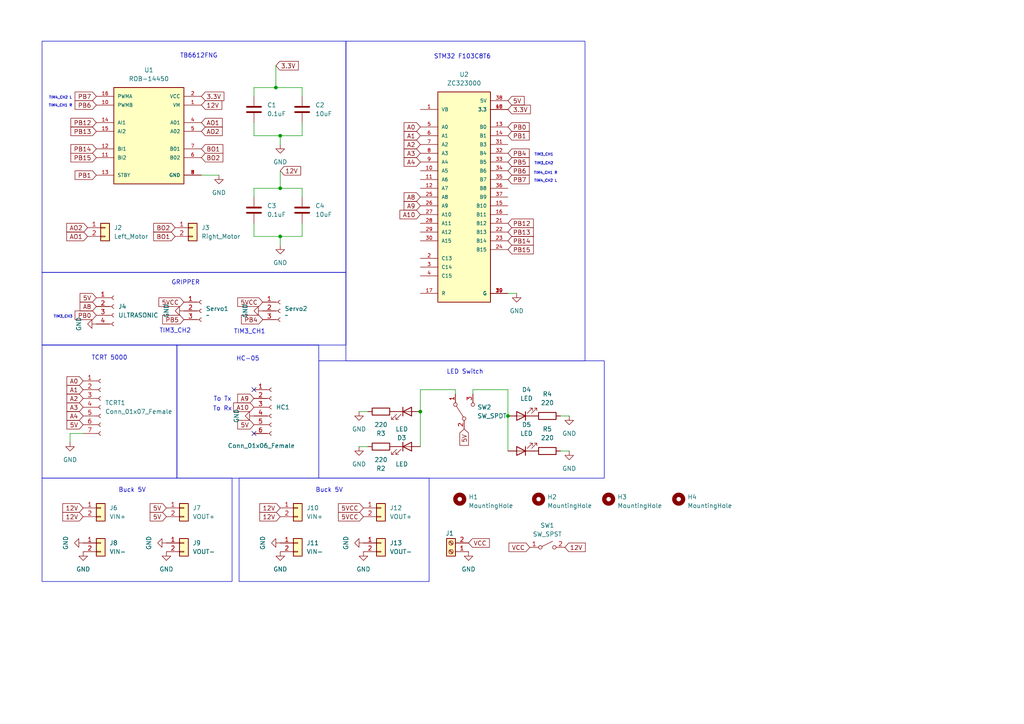
<source format=kicad_sch>
(kicad_sch (version 20231120) (generator "eeschema") (generator_version "8.0")
  (paper "A4")
  (lib_symbols
    (symbol "Connector:Conn_01x03_Female" (pin_names (offset 1.016) hide)
      (property "Reference" "J" (at 0 5.08 0))
      (property "Value" "Conn_01x03_Female" (at 0 -5.08 0))
      (symbol "Conn_01x03_Female_1_1"
        (arc (start 0 -2.032) (mid -0.5058 -2.54) (end 0 -3.048) (stroke (width 0.1524)))
        (polyline (pts (xy -1.27 -2.54) (xy -0.508 -2.54)) (stroke (width 0.1524)))
        (polyline (pts (xy -1.27 0) (xy -0.508 0)) (stroke (width 0.1524)))
        (polyline (pts (xy -1.27 2.54) (xy -0.508 2.54)) (stroke (width 0.1524)))
        (arc (start 0 0.508) (mid -0.5058 0) (end 0 -0.508) (stroke (width 0.1524)))
        (arc (start 0 3.048) (mid -0.5058 2.54) (end 0 2.032) (stroke (width 0.1524)))
        (pin passive line (at -5.08 2.54 0) (length 3.81) (name "Pin_1") (number "1"))
        (pin passive line (at -5.08 0 0) (length 3.81) (name "Pin_2") (number "2"))
        (pin passive line (at -5.08 -2.54 0) (length 3.81) (name "Pin_3") (number "3"))
      )
    )
    (symbol "Connector:Conn_01x04_Female" (pin_names (offset 1.016) hide)
      (property "Reference" "J" (at 0 5.08 0))
      (property "Value" "Conn_01x04_Female" (at 0 -7.62 0))
      (symbol "Conn_01x04_Female_1_1"
        (arc (start 0 -4.572) (mid -0.5058 -5.08) (end 0 -5.588) (stroke (width 0.1524)))
        (arc (start 0 -2.032) (mid -0.5058 -2.54) (end 0 -3.048) (stroke (width 0.1524)))
        (polyline (pts (xy -1.27 -5.08) (xy -0.508 -5.08)) (stroke (width 0.1524)))
        (polyline (pts (xy -1.27 -2.54) (xy -0.508 -2.54)) (stroke (width 0.1524)))
        (polyline (pts (xy -1.27 0) (xy -0.508 0)) (stroke (width 0.1524)))
        (polyline (pts (xy -1.27 2.54) (xy -0.508 2.54)) (stroke (width 0.1524)))
        (arc (start 0 0.508) (mid -0.5058 0) (end 0 -0.508) (stroke (width 0.1524)))
        (arc (start 0 3.048) (mid -0.5058 2.54) (end 0 2.032) (stroke (width 0.1524)))
        (pin passive line (at -5.08 2.54 0) (length 3.81) (name "Pin_1") (number "1"))
        (pin passive line (at -5.08 0 0) (length 3.81) (name "Pin_2") (number "2"))
        (pin passive line (at -5.08 -2.54 0) (length 3.81) (name "Pin_3") (number "3"))
        (pin passive line (at -5.08 -5.08 0) (length 3.81) (name "Pin_4") (number "4"))
      )
    )
    (symbol "Connector:Conn_01x06_Female" (pin_names (offset 1.016) hide)
      (property "Reference" "J" (at 0 7.62 0))
      (property "Value" "Conn_01x06_Female" (at 0 -10.16 0))
      (symbol "Conn_01x06_Female_1_1"
        (arc (start 0 -7.112) (mid -0.5058 -7.62) (end 0 -8.128) (stroke (width 0.1524)))
        (arc (start 0 -4.572) (mid -0.5058 -5.08) (end 0 -5.588) (stroke (width 0.1524)))
        (arc (start 0 -2.032) (mid -0.5058 -2.54) (end 0 -3.048) (stroke (width 0.1524)))
        (polyline (pts (xy -1.27 -7.62) (xy -0.508 -7.62)) (stroke (width 0.1524)))
        (polyline (pts (xy -1.27 -5.08) (xy -0.508 -5.08)) (stroke (width 0.1524)))
        (polyline (pts (xy -1.27 -2.54) (xy -0.508 -2.54)) (stroke (width 0.1524)))
        (polyline (pts (xy -1.27 0) (xy -0.508 0)) (stroke (width 0.1524)))
        (polyline (pts (xy -1.27 2.54) (xy -0.508 2.54)) (stroke (width 0.1524)))
        (polyline (pts (xy -1.27 5.08) (xy -0.508 5.08)) (stroke (width 0.1524)))
        (arc (start 0 0.508) (mid -0.5058 0) (end 0 -0.508) (stroke (width 0.1524)))
        (arc (start 0 3.048) (mid -0.5058 2.54) (end 0 2.032) (stroke (width 0.1524)))
        (arc (start 0 5.588) (mid -0.5058 5.08) (end 0 4.572) (stroke (width 0.1524)))
        (pin passive line (at -5.08 5.08 0) (length 3.81) (name "Pin_1") (number "1"))
        (pin passive line (at -5.08 2.54 0) (length 3.81) (name "Pin_2") (number "2"))
        (pin passive line (at -5.08 0 0) (length 3.81) (name "Pin_3") (number "3"))
        (pin passive line (at -5.08 -2.54 0) (length 3.81) (name "Pin_4") (number "4"))
        (pin passive line (at -5.08 -5.08 0) (length 3.81) (name "Pin_5") (number "5"))
        (pin passive line (at -5.08 -7.62 0) (length 3.81) (name "Pin_6") (number "6"))
      )
    )
    (symbol "Connector:Conn_01x07_Female" (pin_names (offset 1.016) hide)
      (property "Reference" "J" (at 0 10.16 0))
      (property "Value" "Conn_01x07_Female" (at 0 -10.16 0))
      (symbol "Conn_01x07_Female_1_1"
        (arc (start 0 -7.112) (mid -0.5058 -7.62) (end 0 -8.128) (stroke (width 0.1524)))
        (arc (start 0 -4.572) (mid -0.5058 -5.08) (end 0 -5.588) (stroke (width 0.1524)))
        (arc (start 0 -2.032) (mid -0.5058 -2.54) (end 0 -3.048) (stroke (width 0.1524)))
        (polyline (pts (xy -1.27 -7.62) (xy -0.508 -7.62)) (stroke (width 0.1524)))
        (polyline (pts (xy -1.27 -5.08) (xy -0.508 -5.08)) (stroke (width 0.1524)))
        (polyline (pts (xy -1.27 -2.54) (xy -0.508 -2.54)) (stroke (width 0.1524)))
        (polyline (pts (xy -1.27 0) (xy -0.508 0)) (stroke (width 0.1524)))
        (polyline (pts (xy -1.27 2.54) (xy -0.508 2.54)) (stroke (width 0.1524)))
        (polyline (pts (xy -1.27 5.08) (xy -0.508 5.08)) (stroke (width 0.1524)))
        (polyline (pts (xy -1.27 7.62) (xy -0.508 7.62)) (stroke (width 0.1524)))
        (arc (start 0 0.508) (mid -0.5058 0) (end 0 -0.508) (stroke (width 0.1524)))
        (arc (start 0 3.048) (mid -0.5058 2.54) (end 0 2.032) (stroke (width 0.1524)))
        (arc (start 0 5.588) (mid -0.5058 5.08) (end 0 4.572) (stroke (width 0.1524)))
        (arc (start 0 8.128) (mid -0.5058 7.62) (end 0 7.112) (stroke (width 0.1524)))
        (pin passive line (at -5.08 7.62 0) (length 3.81) (name "Pin_1") (number "1"))
        (pin passive line (at -5.08 5.08 0) (length 3.81) (name "Pin_2") (number "2"))
        (pin passive line (at -5.08 2.54 0) (length 3.81) (name "Pin_3") (number "3"))
        (pin passive line (at -5.08 0 0) (length 3.81) (name "Pin_4") (number "4"))
        (pin passive line (at -5.08 -2.54 0) (length 3.81) (name "Pin_5") (number "5"))
        (pin passive line (at -5.08 -5.08 0) (length 3.81) (name "Pin_6") (number "6"))
        (pin passive line (at -5.08 -7.62 0) (length 3.81) (name "Pin_7") (number "7"))
      )
    )
    (symbol "Connector:Screw_Terminal_01x02" (pin_names (offset 1.016) hide)
      (property "Reference" "J" (at 0 2.54 0))
      (property "Value" "Screw_Terminal_01x02" (at 0 -5.08 0))
      (symbol "Screw_Terminal_01x02_1_1"
        (rectangle (start -1.27 1.27) (end 1.27 -3.81) (stroke (width 0.254)) (fill (type background)))
        (circle (center 0 -2.54) (radius 0.635) (stroke (width 0.1524)))
        (polyline (pts (xy -0.5334 -2.2098) (xy 0.3302 -3.048)) (stroke (width 0.1524)))
        (polyline (pts (xy -0.5334 0.3302) (xy 0.3302 -0.508)) (stroke (width 0.1524)))
        (polyline (pts (xy -0.3556 -2.032) (xy 0.508 -2.8702)) (stroke (width 0.1524)))
        (polyline (pts (xy -0.3556 0.508) (xy 0.508 -0.3302)) (stroke (width 0.1524)))
        (circle (center 0 0) (radius 0.635) (stroke (width 0.1524)))
        (pin passive line (at -5.08 0 0) (length 3.81) (name "Pin_1") (number "1"))
        (pin passive line (at -5.08 -2.54 0) (length 3.81) (name "Pin_2") (number "2"))
      )
    )
    (symbol "Connector_Generic:Conn_01x02" (pin_names (offset 1.016) hide)
      (property "Reference" "J" (at 0 2.54 0))
      (property "Value" "Conn_01x02" (at 0 -5.08 0))
      (symbol "Conn_01x02_1_1"
        (rectangle (start -1.27 -2.413) (end 0 -2.667) (stroke (width 0.1524)))
        (rectangle (start -1.27 0.127) (end 0 -0.127) (stroke (width 0.1524)))
        (rectangle (start -1.27 1.27) (end 1.27 -3.81) (stroke (width 0.254)) (fill (type background)))
        (pin passive line (at -5.08 0 0) (length 3.81) (name "Pin_1") (number "1"))
        (pin passive line (at -5.08 -2.54 0) (length 3.81) (name "Pin_2") (number "2"))
      )
    )
    (symbol "Device:C" (pin_numbers hide) (pin_names (offset 0.254))
      (property "Reference" "C" (at 0.635 2.54 0))
      (property "Value" "C" (at 0.635 -2.54 0))
      (symbol "C_0_1"
        (polyline (pts (xy -2.032 -0.762) (xy 2.032 -0.762)) (stroke (width 0.508)))
        (polyline (pts (xy -2.032 0.762) (xy 2.032 0.762)) (stroke (width 0.508)))
      )
      (symbol "C_1_1"
        (pin passive line (at 0 3.81 270) (length 2.794) (name "~") (number "1"))
        (pin passive line (at 0 -3.81 90) (length 2.794) (name "~") (number "2"))
      )
    )
    (symbol "Device:LED" (pin_numbers hide) (pin_names (offset 1.016) hide)
      (property "Reference" "D" (at 0 2.54 0))
      (property "Value" "LED" (at 0 -2.54 0))
      (symbol "LED_0_1"
        (polyline (pts (xy -1.27 -1.27) (xy -1.27 1.27)) (stroke (width 0.254)))
        (polyline (pts (xy -1.27 0) (xy 1.27 0)))
        (polyline (pts (xy 1.27 -1.27) (xy 1.27 1.27) (xy -1.27 0) (xy 1.27 -1.27)) (stroke (width 0.254)))
        (polyline (pts (xy -3.048 -0.762) (xy -4.572 -2.286) (xy -3.81 -2.286) (xy -4.572 -2.286) (xy -4.572 -1.524)))
        (polyline (pts (xy -1.778 -0.762) (xy -3.302 -2.286) (xy -2.54 -2.286) (xy -3.302 -2.286) (xy -3.302 -1.524)))
      )
      (symbol "LED_1_1"
        (pin passive line (at -3.81 0 0) (length 2.54) (name "K") (number "1"))
        (pin passive line (at 3.81 0 180) (length 2.54) (name "A") (number "2"))
      )
    )
    (symbol "Device:R" (pin_numbers hide) (pin_names (offset 0))
      (property "Reference" "R" (at 2.032 0 90))
      (property "Value" "R" (at 0 0 90))
      (symbol "R_0_1"
        (rectangle (start -1.016 -2.54) (end 1.016 2.54) (stroke (width 0.254)))
      )
      (symbol "R_1_1"
        (pin passive line (at 0 3.81 270) (length 1.27) (name "~") (number "1"))
        (pin passive line (at 0 -3.81 90) (length 1.27) (name "~") (number "2"))
      )
    )
    (symbol "Mechanical:MountingHole" (pin_names (offset 1.016))
      (property "Reference" "H" (at 0 5.08 0))
      (property "Value" "MountingHole" (at 0 3.175 0))
      (symbol "MountingHole_0_1"
        (circle (center 0 0) (radius 1.27) (stroke (width 1.27)))
      )
    )
    (symbol "RF_ROB-14450:ROB-14450" (pin_names (offset 1.016))
      (property "Reference" "U" (at -10.16 16.002 0))
      (property "Value" "ROB-14450" (at -10.16 -15.24 0))
      (symbol "ROB-14450_0_0"
        (rectangle (start -10.16 -12.7) (end 10.16 15.24) (stroke (width 0.254)) (fill (type background)))
        (pin power_in line (at 15.24 10.16 180) (length 5.08) (name "VM") (number "1"))
        (pin input line (at -15.24 10.16 0) (length 5.08) (name "PWMB") (number "10"))
        (pin input line (at -15.24 -5.08 0) (length 5.08) (name "BI2") (number "11"))
        (pin input line (at -15.24 -2.54 0) (length 5.08) (name "BI1") (number "12"))
        (pin input line (at -15.24 -10.16 0) (length 5.08) (name "STBY") (number "13"))
        (pin input line (at -15.24 5.08 0) (length 5.08) (name "AI1") (number "14"))
        (pin input line (at -15.24 2.54 0) (length 5.08) (name "AI2") (number "15"))
        (pin input line (at -15.24 12.7 0) (length 5.08) (name "PWMA") (number "16"))
        (pin power_in line (at 15.24 12.7 180) (length 5.08) (name "VCC") (number "2"))
        (pin power_in line (at 15.24 -10.16 180) (length 5.08) (name "GND") (number "3"))
        (pin output line (at 15.24 5.08 180) (length 5.08) (name "A01") (number "4"))
        (pin output line (at 15.24 2.54 180) (length 5.08) (name "A02") (number "5"))
        (pin output line (at 15.24 -5.08 180) (length 5.08) (name "B02") (number "6"))
        (pin output line (at 15.24 -2.54 180) (length 5.08) (name "B01") (number "7"))
        (pin power_in line (at 15.24 -10.16 180) (length 5.08) (name "GND") (number "8"))
        (pin power_in line (at 15.24 -10.16 180) (length 5.08) (name "GND") (number "9"))
      )
    )
    (symbol "STM32F103C8T6:ZC323000" (pin_names (offset 1.016))
      (property "Reference" "U" (at -7.62 31.75 0))
      (property "Value" "ZC323000" (at -7.62 -31.75 0))
      (symbol "ZC323000_0_0"
        (rectangle (start -7.62 -30.48) (end 7.62 30.48) (stroke (width 0.254)) (fill (type background)))
        (pin bidirectional line (at -12.7 25.4 0) (length 5.08) (name "VB") (number "1"))
        (pin bidirectional line (at -12.7 7.62 0) (length 5.08) (name "A5") (number "10"))
        (pin bidirectional line (at -12.7 5.08 0) (length 5.08) (name "A6") (number "11"))
        (pin bidirectional line (at -12.7 2.54 0) (length 5.08) (name "A7") (number "12"))
        (pin bidirectional line (at 12.7 20.32 180) (length 5.08) (name "B0") (number "13"))
        (pin bidirectional line (at 12.7 17.78 180) (length 5.08) (name "B1") (number "14"))
        (pin bidirectional line (at 12.7 -2.54 180) (length 5.08) (name "B10") (number "15"))
        (pin bidirectional line (at 12.7 -5.08 180) (length 5.08) (name "B11") (number "16"))
        (pin bidirectional line (at -12.7 -27.94 0) (length 5.08) (name "R") (number "17"))
        (pin power_in line (at 12.7 25.4 180) (length 5.08) (name "3.3") (number "18"))
        (pin power_in line (at 12.7 -27.94 180) (length 5.08) (name "G") (number "19"))
        (pin bidirectional line (at -12.7 -17.78 0) (length 5.08) (name "C13") (number "2"))
        (pin power_in line (at 12.7 -27.94 180) (length 5.08) (name "G") (number "20"))
        (pin bidirectional line (at 12.7 -7.62 180) (length 5.08) (name "B12") (number "21"))
        (pin bidirectional line (at 12.7 -10.16 180) (length 5.08) (name "B13") (number "22"))
        (pin bidirectional line (at 12.7 -12.7 180) (length 5.08) (name "B14") (number "23"))
        (pin bidirectional line (at 12.7 -15.24 180) (length 5.08) (name "B15") (number "24"))
        (pin bidirectional line (at -12.7 0 0) (length 5.08) (name "A8") (number "25"))
        (pin bidirectional line (at -12.7 -2.54 0) (length 5.08) (name "A9") (number "26"))
        (pin bidirectional line (at -12.7 -5.08 0) (length 5.08) (name "A10") (number "27"))
        (pin bidirectional line (at -12.7 -7.62 0) (length 5.08) (name "A11") (number "28"))
        (pin bidirectional line (at -12.7 -10.16 0) (length 5.08) (name "A12") (number "29"))
        (pin bidirectional line (at -12.7 -20.32 0) (length 5.08) (name "C14") (number "3"))
        (pin bidirectional line (at -12.7 -12.7 0) (length 5.08) (name "A15") (number "30"))
        (pin bidirectional line (at 12.7 15.24 180) (length 5.08) (name "B3") (number "31"))
        (pin bidirectional line (at 12.7 12.7 180) (length 5.08) (name "B4") (number "32"))
        (pin bidirectional line (at 12.7 10.16 180) (length 5.08) (name "B5") (number "33"))
        (pin bidirectional line (at 12.7 7.62 180) (length 5.08) (name "B6") (number "34"))
        (pin bidirectional line (at 12.7 5.08 180) (length 5.08) (name "B7") (number "35"))
        (pin bidirectional line (at 12.7 2.54 180) (length 5.08) (name "B8") (number "36"))
        (pin bidirectional line (at 12.7 0 180) (length 5.08) (name "B9") (number "37"))
        (pin power_in line (at 12.7 27.94 180) (length 5.08) (name "5V") (number "38"))
        (pin power_in line (at 12.7 -27.94 180) (length 5.08) (name "G") (number "39"))
        (pin bidirectional line (at -12.7 -22.86 0) (length 5.08) (name "C15") (number "4"))
        (pin power_in line (at 12.7 25.4 180) (length 5.08) (name "3.3") (number "40"))
        (pin bidirectional line (at -12.7 20.32 0) (length 5.08) (name "A0") (number "5"))
        (pin bidirectional line (at -12.7 17.78 0) (length 5.08) (name "A1") (number "6"))
        (pin bidirectional line (at -12.7 15.24 0) (length 5.08) (name "A2") (number "7"))
        (pin bidirectional line (at -12.7 12.7 0) (length 5.08) (name "A3") (number "8"))
        (pin bidirectional line (at -12.7 10.16 0) (length 5.08) (name "A4") (number "9"))
      )
    )
    (symbol "Switch:SW_SPDT" (pin_names (offset 0) hide)
      (property "Reference" "SW" (at 0 4.318 0))
      (property "Value" "SW_SPDT" (at 0 -5.08 0))
      (symbol "SW_SPDT_0_0"
        (circle (center -2.032 0) (radius 0.508))
        (circle (center 2.032 -2.54) (radius 0.508))
      )
      (symbol "SW_SPDT_0_1"
        (polyline (pts (xy -1.524 0.254) (xy 1.651 2.286)))
        (circle (center 2.032 2.54) (radius 0.508))
      )
      (symbol "SW_SPDT_1_1"
        (pin passive line (at 5.08 2.54 180) (length 2.54) (name "A") (number "1"))
        (pin passive line (at -5.08 0 0) (length 2.54) (name "B") (number "2"))
        (pin passive line (at 5.08 -2.54 180) (length 2.54) (name "C") (number "3"))
      )
    )
    (symbol "Switch:SW_SPST" (pin_names (offset 0) hide)
      (property "Reference" "SW" (at 0 3.175 0))
      (property "Value" "SW_SPST" (at 0 -2.54 0))
      (symbol "SW_SPST_0_0"
        (circle (center -2.032 0) (radius 0.508))
        (polyline (pts (xy -1.524 0.254) (xy 1.524 1.778)))
        (circle (center 2.032 0) (radius 0.508))
      )
      (symbol "SW_SPST_1_1"
        (pin passive line (at -5.08 0 0) (length 2.54) (name "A") (number "1"))
        (pin passive line (at 5.08 0 180) (length 2.54) (name "B") (number "2"))
      )
    )
    (symbol "power:GND" (power) (pin_names (offset 0))
      (property "Value" "GND" (at 0 -3.81 0))
      (symbol "GND_0_1"
        (polyline (pts (xy 0 0) (xy 0 -1.27) (xy 1.27 -1.27) (xy 0 -2.54) (xy -1.27 -1.27) (xy 0 -1.27)))
      )
      (symbol "GND_1_1"
        (pin power_in line (at 0 0 270) (length 0) hide (name "GND") (number "1"))
      )
    )
  )
  (junction (at 147.32 120.65))
  (junction (at 81.28 68.58))
  (junction (at 81.28 39.37))
  (junction (at 80.01 25.4))
  (junction (at 121.92 119.38))
  (junction (at 81.28 54.61))
  (no_connect (at 73.66 125.73))
  (no_connect (at 73.66 113.03))
  (wire (pts (xy 81.28 54.61) (xy 87.63 54.61)))
  (wire (pts (xy 121.92 119.38) (xy 121.92 129.54)))
  (wire (pts (xy 137.16 113.03) (xy 147.32 113.03)))
  (wire (pts (xy 80.01 19.05) (xy 80.01 25.4)))
  (wire (pts (xy 81.28 68.58) (xy 87.63 68.58)))
  (wire (pts (xy 106.68 129.54) (xy 104.14 129.54)))
  (wire (pts (xy 162.56 120.65) (xy 165.1 120.65)))
  (wire (pts (xy 73.66 39.37) (xy 81.28 39.37)))
  (wire (pts (xy 20.32 125.73) (xy 20.32 128.27)))
  (wire (pts (xy 73.66 57.15) (xy 73.66 54.61)))
  (wire (pts (xy 24.13 125.73) (xy 20.32 125.73)))
  (wire (pts (xy 73.66 25.4) (xy 80.01 25.4)))
  (wire (pts (xy 121.92 113.03) (xy 132.08 113.03)))
  (wire (pts (xy 87.63 25.4) (xy 87.63 27.94)))
  (wire (pts (xy 87.63 68.58) (xy 87.63 64.77)))
  (wire (pts (xy 58.42 50.8) (xy 63.5 50.8)))
  (wire (pts (xy 106.68 119.38) (xy 104.14 119.38)))
  (wire (pts (xy 137.16 114.3) (xy 137.16 113.03)))
  (wire (pts (xy 87.63 39.37) (xy 87.63 35.56)))
  (wire (pts (xy 73.66 27.94) (xy 73.66 25.4)))
  (wire (pts (xy 73.66 68.58) (xy 81.28 68.58)))
  (wire (pts (xy 87.63 54.61) (xy 87.63 57.15)))
  (wire (pts (xy 147.32 113.03) (xy 147.32 120.65)))
  (wire (pts (xy 162.56 130.81) (xy 165.1 130.81)))
  (wire (pts (xy 147.32 85.09) (xy 149.86 85.09)))
  (wire (pts (xy 81.28 39.37) (xy 81.28 41.91)))
  (wire (pts (xy 73.66 54.61) (xy 81.28 54.61)))
  (wire (pts (xy 80.01 25.4) (xy 87.63 25.4)))
  (wire (pts (xy 81.28 39.37) (xy 87.63 39.37)))
  (wire (pts (xy 147.32 120.65) (xy 147.32 130.81)))
  (wire (pts (xy 81.28 68.58) (xy 81.28 71.12)))
  (wire (pts (xy 121.92 113.03) (xy 121.92 119.38)))
  (wire (pts (xy 73.66 35.56) (xy 73.66 39.37)))
  (wire (pts (xy 132.08 113.03) (xy 132.08 114.3)))
  (wire (pts (xy 81.28 49.53) (xy 81.28 54.61)))
  (wire (pts (xy 73.66 64.77) (xy 73.66 68.58)))
  (rectangle (start 12.192 100.076) (end 51.308 138.684))
  (rectangle (start 92.456 104.648) (end 175.26 138.684))
  (rectangle (start 12.192 11.938) (end 100.33 78.994))
  (rectangle (start 51.308 100.076) (end 92.456 138.684))
  (rectangle (start 69.342 138.684) (end 124.46 168.656))
  (rectangle (start 100.33 11.938) (end 169.672 104.648))
  (rectangle (start 12.192 78.994) (end 100.33 100.076))
  (rectangle (start 12.192 138.684) (end 67.31 168.656))
  (text "TIM4_CH2 L" (at 17.526 28.448 0) (effects (font (size 0.762 0.762))))
  (text "TIM3_CH2" (at 50.8 96.012 0) (effects (font (size 1.27 1.27))))
  (text "GRIPPER\n" (at 53.848 82.042 0) (effects (font (size 1.27 1.27))))
  (text "To Rx" (at 64.516 118.618 0) (effects (font (size 1.27 1.27))))
  (text "TIM3_CH1" (at 72.39 96.266 0) (effects (font (size 1.27 1.27))))
  (text "TIM4_CH1 R" (at 17.526 30.734 0) (effects (font (size 0.762 0.762))))
  (text "LED Switch\n" (at 134.874 107.95 0) (effects (font (size 1.27 1.27))))
  (text "HC-05" (at 71.882 104.14 0) (effects (font (size 1.27 1.27))))
  (text "To Tx" (at 64.516 115.824 0) (effects (font (size 1.27 1.27))))
  (text "TIM4_CH2 L" (at 158.242 52.578 0) (effects (font (size 0.762 0.762))))
  (text "TB6612FNG" (at 57.658 16.256 0) (effects (font (size 1.27 1.27))))
  (text "TIM3_CH2" (at 157.734 47.498 0) (effects (font (size 0.762 0.762))))
  (text "STM32 F103C8T6" (at 134.112 16.51 0) (effects (font (size 1.27 1.27))))
  (text "TIM3_CH3" (at 18.288 91.948 0) (effects (font (size 0.762 0.762))))
  (text "Buck 5V\n" (at 38.354 142.24 0) (effects (font (size 1.27 1.27))))
  (text "Buck 5V\n" (at 95.504 142.24 0) (effects (font (size 1.27 1.27))))
  (text "TIM4_CH1 R" (at 158.242 50.292 0) (effects (font (size 0.762 0.762))))
  (text "TCRT 5000\n" (at 31.75 103.886 0) (effects (font (size 1.27 1.27))))
  (text "TIM3_CH1" (at 157.734 44.958 0) (effects (font (size 0.762 0.762))))
  (global_label "A10" (shape input) (at 73.66 118.11 180) (property "Intersheetrefs" "${INTERSHEET_REFS}" (effects (hide yes))))
  (global_label "PB0" (shape input) (at 147.32 36.83 0) (property "Intersheetrefs" "${INTERSHEET_REFS}" (effects (hide yes))))
  (global_label "PB14" (shape input) (at 147.32 69.85 0) (property "Intersheetrefs" "${INTERSHEET_REFS}" (effects (hide yes))))
  (global_label "5V" (shape input) (at 147.32 29.21 0) (property "Intersheetrefs" "${INTERSHEET_REFS}" (effects (hide yes))))
  (global_label "A0" (shape input) (at 121.92 36.83 180) (property "Intersheetrefs" "${INTERSHEET_REFS}" (effects (hide yes))))
  (global_label "VCC" (shape input) (at 153.67 158.75 180) (property "Intersheetrefs" "${INTERSHEET_REFS}" (effects (hide yes))))
  (global_label "PB13" (shape input) (at 27.94 38.1 180) (property "Intersheetrefs" "${INTERSHEET_REFS}" (effects (hide yes))))
  (global_label "3.3V" (shape input) (at 147.32 31.75 0) (property "Intersheetrefs" "${INTERSHEET_REFS}" (effects (hide yes))))
  (global_label "12V" (shape input) (at 81.28 147.32 180) (property "Intersheetrefs" "${INTERSHEET_REFS}" (effects (hide yes))))
  (global_label "AO1" (shape input) (at 58.42 35.56 0) (property "Intersheetrefs" "${INTERSHEET_REFS}" (effects (hide yes))))
  (global_label "BO2" (shape input) (at 50.8 66.04 180) (property "Intersheetrefs" "${INTERSHEET_REFS}" (effects (hide yes))))
  (global_label "A0" (shape input) (at 24.13 110.49 180) (property "Intersheetrefs" "${INTERSHEET_REFS}" (effects (hide yes))))
  (global_label "PB4" (shape input) (at 76.2 92.71 180) (property "Intersheetrefs" "${INTERSHEET_REFS}" (effects (hide yes))))
  (global_label "A4" (shape input) (at 121.92 46.99 180) (property "Intersheetrefs" "${INTERSHEET_REFS}" (effects (hide yes))))
  (global_label "12V" (shape input) (at 24.13 147.32 180) (property "Intersheetrefs" "${INTERSHEET_REFS}" (effects (hide yes))))
  (global_label "A3" (shape input) (at 24.13 118.11 180) (property "Intersheetrefs" "${INTERSHEET_REFS}" (effects (hide yes))))
  (global_label "PB12" (shape input) (at 147.32 64.77 0) (property "Intersheetrefs" "${INTERSHEET_REFS}" (effects (hide yes))))
  (global_label "PB13" (shape input) (at 147.32 67.31 0) (property "Intersheetrefs" "${INTERSHEET_REFS}" (effects (hide yes))))
  (global_label "5V" (shape input) (at 27.94 86.36 180) (property "Intersheetrefs" "${INTERSHEET_REFS}" (effects (hide yes))))
  (global_label "A8" (shape input) (at 27.94 88.9 180) (property "Intersheetrefs" "${INTERSHEET_REFS}" (effects (hide yes))))
  (global_label "PB6" (shape input) (at 147.32 49.53 0) (property "Intersheetrefs" "${INTERSHEET_REFS}" (effects (hide yes))))
  (global_label "PB7" (shape input) (at 27.94 27.94 180) (property "Intersheetrefs" "${INTERSHEET_REFS}" (effects (hide yes))))
  (global_label "5V" (shape input) (at 73.66 123.19 180) (property "Intersheetrefs" "${INTERSHEET_REFS}" (effects (hide yes))))
  (global_label "5VCC" (shape input) (at 53.34 87.63 180) (property "Intersheetrefs" "${INTERSHEET_REFS}" (effects (hide yes))))
  (global_label "A2" (shape input) (at 121.92 41.91 180) (property "Intersheetrefs" "${INTERSHEET_REFS}" (effects (hide yes))))
  (global_label "5V" (shape input) (at 48.26 147.32 180) (property "Intersheetrefs" "${INTERSHEET_REFS}" (effects (hide yes))))
  (global_label "PB15" (shape input) (at 147.32 72.39 0) (property "Intersheetrefs" "${INTERSHEET_REFS}" (effects (hide yes))))
  (global_label "5VCC" (shape input) (at 76.2 87.63 180) (property "Intersheetrefs" "${INTERSHEET_REFS}" (effects (hide yes))))
  (global_label "12V" (shape input) (at 24.13 149.86 180) (property "Intersheetrefs" "${INTERSHEET_REFS}" (effects (hide yes))))
  (global_label "PB4" (shape input) (at 147.32 44.45 0) (property "Intersheetrefs" "${INTERSHEET_REFS}" (effects (hide yes))))
  (global_label "AO1" (shape input) (at 25.4 68.58 180) (property "Intersheetrefs" "${INTERSHEET_REFS}" (effects (hide yes))))
  (global_label "A4" (shape input) (at 24.13 120.65 180) (property "Intersheetrefs" "${INTERSHEET_REFS}" (effects (hide yes))))
  (global_label "PB12" (shape input) (at 27.94 35.56 180) (property "Intersheetrefs" "${INTERSHEET_REFS}" (effects (hide yes))))
  (global_label "PB6" (shape input) (at 27.94 30.48 180) (property "Intersheetrefs" "${INTERSHEET_REFS}" (effects (hide yes))))
  (global_label "12V" (shape input) (at 81.28 49.53 0) (property "Intersheetrefs" "${INTERSHEET_REFS}" (effects (hide yes))))
  (global_label "5VCC" (shape input) (at 105.41 147.32 180) (property "Intersheetrefs" "${INTERSHEET_REFS}" (effects (hide yes))))
  (global_label "12V" (shape input) (at 81.28 149.86 180) (property "Intersheetrefs" "${INTERSHEET_REFS}" (effects (hide yes))))
  (global_label "5V" (shape input) (at 24.13 123.19 180) (property "Intersheetrefs" "${INTERSHEET_REFS}" (effects (hide yes))))
  (global_label "BO2" (shape input) (at 58.42 45.72 0) (property "Intersheetrefs" "${INTERSHEET_REFS}" (effects (hide yes))))
  (global_label "A1" (shape input) (at 121.92 39.37 180) (property "Intersheetrefs" "${INTERSHEET_REFS}" (effects (hide yes))))
  (global_label "5V" (shape input) (at 134.62 124.46 270) (property "Intersheetrefs" "${INTERSHEET_REFS}" (effects (hide yes))))
  (global_label "12V" (shape input) (at 163.83 158.75 0) (property "Intersheetrefs" "${INTERSHEET_REFS}" (effects (hide yes))))
  (global_label "PB1" (shape input) (at 147.32 39.37 0) (property "Intersheetrefs" "${INTERSHEET_REFS}" (effects (hide yes))))
  (global_label "BO1" (shape input) (at 50.8 68.58 180) (property "Intersheetrefs" "${INTERSHEET_REFS}" (effects (hide yes))))
  (global_label "12V" (shape input) (at 58.42 30.48 0) (property "Intersheetrefs" "${INTERSHEET_REFS}" (effects (hide yes))))
  (global_label "PB1" (shape input) (at 27.94 50.8 180) (property "Intersheetrefs" "${INTERSHEET_REFS}" (effects (hide yes))))
  (global_label "PB5" (shape input) (at 53.34 92.71 180) (property "Intersheetrefs" "${INTERSHEET_REFS}" (effects (hide yes))))
  (global_label "A10" (shape input) (at 121.92 62.23 180) (property "Intersheetrefs" "${INTERSHEET_REFS}" (effects (hide yes))))
  (global_label "AO2" (shape input) (at 58.42 38.1 0) (property "Intersheetrefs" "${INTERSHEET_REFS}" (effects (hide yes))))
  (global_label "BO1" (shape input) (at 58.42 43.18 0) (property "Intersheetrefs" "${INTERSHEET_REFS}" (effects (hide yes))))
  (global_label "A1" (shape input) (at 24.13 113.03 180) (property "Intersheetrefs" "${INTERSHEET_REFS}" (effects (hide yes))))
  (global_label "A9" (shape input) (at 121.92 59.69 180) (property "Intersheetrefs" "${INTERSHEET_REFS}" (effects (hide yes))))
  (global_label "A8" (shape input) (at 121.92 57.15 180) (property "Intersheetrefs" "${INTERSHEET_REFS}" (effects (hide yes))))
  (global_label "PB5" (shape input) (at 147.32 46.99 0) (property "Intersheetrefs" "${INTERSHEET_REFS}" (effects (hide yes))))
  (global_label "PB15" (shape input) (at 27.94 45.72 180) (property "Intersheetrefs" "${INTERSHEET_REFS}" (effects (hide yes))))
  (global_label "PB7" (shape input) (at 147.32 52.07 0) (property "Intersheetrefs" "${INTERSHEET_REFS}" (effects (hide yes))))
  (global_label "3.3V" (shape input) (at 80.01 19.05 0) (property "Intersheetrefs" "${INTERSHEET_REFS}" (effects (hide yes))))
  (global_label "PB14" (shape input) (at 27.94 43.18 180) (property "Intersheetrefs" "${INTERSHEET_REFS}" (effects (hide yes))))
  (global_label "A9" (shape input) (at 73.66 115.57 180) (property "Intersheetrefs" "${INTERSHEET_REFS}" (effects (hide yes))))
  (global_label "PB0" (shape input) (at 27.94 91.44 180) (property "Intersheetrefs" "${INTERSHEET_REFS}" (effects (hide yes))))
  (global_label "AO2" (shape input) (at 25.4 66.04 180) (property "Intersheetrefs" "${INTERSHEET_REFS}" (effects (hide yes))))
  (global_label "5V" (shape input) (at 48.26 149.86 180) (property "Intersheetrefs" "${INTERSHEET_REFS}" (effects (hide yes))))
  (global_label "VCC" (shape input) (at 135.89 157.48 0) (property "Intersheetrefs" "${INTERSHEET_REFS}" (effects (hide yes))))
  (global_label "3.3V" (shape input) (at 58.42 27.94 0) (property "Intersheetrefs" "${INTERSHEET_REFS}" (effects (hide yes))))
  (global_label "5VCC" (shape input) (at 105.41 149.86 180) (property "Intersheetrefs" "${INTERSHEET_REFS}" (effects (hide yes))))
  (global_label "A3" (shape input) (at 121.92 44.45 180) (property "Intersheetrefs" "${INTERSHEET_REFS}" (effects (hide yes))))
  (global_label "A2" (shape input) (at 24.13 115.57 180) (property "Intersheetrefs" "${INTERSHEET_REFS}" (effects (hide yes))))
  (symbol (lib_id "power:GND") (at 48.26 160.02 0) (mirror y) (unit 1)
    (property "Reference" "#PWR016" (effects (hide yes)))
    (property "Value" "GND" (at 48.26 165.1 0))
    (property "Description" "Power symbol creates a global label with name \"GND\" , ground" (effects (hide yes)))
  )
  (symbol (lib_id "power:GND") (at 24.13 157.48 270) (mirror x) (unit 1)
    (property "Reference" "#PWR017" (effects (hide yes)))
    (property "Value" "GND" (at 19.05 157.48 0))
    (property "Description" "Power symbol creates a global label with name \"GND\" , ground" (effects (hide yes)))
  )
  (symbol (lib_id "Connector:Conn_01x07_Female") (at 29.21 118.11 0) (unit 1)
    (property "Reference" "TCRT1" (at 30.48 116.8399 0) (effects (justify left)))
    (property "Value" "Conn_01x07_Female" (at 30.48 119.3799 0) (effects (justify left)))
    (property "Footprint" "Connector_PinSocket_2.54mm:PinSocket_1x07_P2.54mm_Vertical" (effects (hide yes)))
    (property "Description" "Generic connector, single row, 01x07, script generated (kicad-library-utils/schlib/autogen/connector/)" (effects (hide yes)))
  )
  (symbol (lib_id "Connector_Generic:Conn_01x02") (at 110.49 147.32 0) (unit 1)
    (property "Reference" "J12" (at 113.03 147.3199 0) (effects (justify left)))
    (property "Value" "VOUT+" (at 113.03 149.8599 0) (effects (justify left)))
    (property "Footprint" "Connector_PinSocket_2.54mm:PinSocket_1x02_P2.54mm_Vertical" (effects (hide yes)))
    (property "Description" "Generic connector, single row, 01x02, script generated (kicad-library-utils/schlib/autogen/connector/)" (effects (hide yes)))
  )
  (symbol (lib_id "Mechanical:MountingHole") (at 133.35 144.78 0) (unit 1)
    (property "Reference" "H1" (at 135.89 144.145 0) (effects (justify left)))
    (property "Value" "MountingHole" (at 135.89 146.685 0) (effects (justify left)))
    (property "Footprint" "MountingHole:MountingHole_3.5mm_Pad_Via" (effects (hide yes)))
  )
  (symbol (lib_id "Mechanical:MountingHole") (at 176.53 144.78 0) (unit 1)
    (property "Reference" "H3" (at 179.07 144.145 0) (effects (justify left)))
    (property "Value" "MountingHole" (at 179.07 146.685 0) (effects (justify left)))
    (property "Footprint" "MountingHole:MountingHole_3.5mm_Pad_Via" (effects (hide yes)))
  )
  (symbol (lib_id "Device:C") (at 87.63 60.96 0) (unit 1)
    (property "Reference" "C4" (at 91.44 59.6899 0) (effects (justify left)))
    (property "Value" "10uF" (at 91.44 62.2299 0) (effects (justify left)))
    (property "Footprint" "Capacitor_SMD:C_0603_1608Metric" (effects (hide yes)))
    (property "Description" "Unpolarized capacitor" (effects (hide yes)))
  )
  (symbol (lib_id "Device:C") (at 73.66 31.75 0) (unit 1)
    (property "Reference" "C1" (at 77.47 30.4799 0) (effects (justify left)))
    (property "Value" "0.1uF" (at 77.47 33.0199 0) (effects (justify left)))
    (property "Footprint" "Capacitor_SMD:C_0603_1608Metric" (effects (hide yes)))
    (property "Description" "Unpolarized capacitor" (effects (hide yes)))
  )
  (symbol (lib_id "Switch:SW_SPST") (at 158.75 158.75 0) (unit 1)
    (property "Reference" "SW1" (at 158.75 152.4 0))
    (property "Value" "SW_SPST" (at 158.75 154.94 0))
    (property "Footprint" "Connector_BarrelJack:BarrelJack_SwitchcraftConxall_RAPC10U_Horizontal" (effects (hide yes)))
    (property "Description" "Single Pole Single Throw (SPST) switch" (effects (hide yes)))
  )
  (symbol (lib_id "Mechanical:MountingHole") (at 196.85 144.78 0) (unit 1)
    (property "Reference" "H4" (at 199.39 144.145 0) (effects (justify left)))
    (property "Value" "MountingHole" (at 199.39 146.685 0) (effects (justify left)))
    (property "Footprint" "MountingHole:MountingHole_3.5mm_Pad_Via" (effects (hide yes)))
  )
  (symbol (lib_id "Mechanical:MountingHole") (at 156.21 144.78 0) (unit 1)
    (property "Reference" "H2" (at 158.75 144.145 0) (effects (justify left)))
    (property "Value" "MountingHole" (at 158.75 146.685 0) (effects (justify left)))
    (property "Footprint" "MountingHole:MountingHole_3.5mm_Pad_Via" (effects (hide yes)))
  )
  (symbol (lib_id "power:GND") (at 81.28 160.02 0) (mirror y) (unit 1)
    (property "Reference" "#PWR020" (effects (hide yes)))
    (property "Value" "GND" (at 81.28 165.1 0))
    (property "Description" "Power symbol creates a global label with name \"GND\" , ground" (effects (hide yes)))
  )
  (symbol (lib_id "STM32F103C8T6:ZC323000") (at 134.62 57.15 0) (unit 1)
    (property "Reference" "U2" (at 134.62 21.59 0))
    (property "Value" "ZC323000" (at 134.62 24.13 0))
    (property "Footprint" "STM32F103C8T6:STM32F103C8T6" (effects (hide yes)))
    (property "MF" "YKS" (effects (hide yes)))
    (property "MAXIMUM_PACKAGE_HEIGHT" "N/A" (effects (hide yes)))
    (property "Package" "None" (effects (hide yes)))
    (property "Price" "None" (effects (hide yes)))
    (property "Check_prices" "https://www.snapeda.com/parts/ZC323000/YKS/view-part/?ref=eda" (effects (hide yes)))
    (property "STANDARD" "Manufacturer Recommendations" (effects (hide yes)))
    (property "PARTREV" "N/A" (effects (hide yes)))
    (property "SnapEDA_Link" "https://www.snapeda.com/parts/ZC323000/YKS/view-part/?ref=snap" (effects (hide yes)))
    (property "MP" "ZC323000" (effects (hide yes)))
    (property "Description_1" "\n                        \n                            STM32F103C8T6 ARM STM32 Minimum System Development Board Module For Arduino\n                        \n" (effects (hide yes)))
    (property "Availability" "Not in stock" (effects (hide yes)))
    (property "MANUFACTURER" "YKS" (effects (hide yes)))
  )
  (symbol (lib_id "Device:C") (at 87.63 31.75 0) (unit 1)
    (property "Reference" "C2" (at 91.44 30.4799 0) (effects (justify left)))
    (property "Value" "10uF" (at 91.44 33.0199 0) (effects (justify left)))
    (property "Footprint" "Capacitor_SMD:C_0603_1608Metric" (effects (hide yes)))
    (property "Description" "Unpolarized capacitor" (effects (hide yes)))
  )
  (symbol (lib_id "Connector_Generic:Conn_01x02") (at 53.34 147.32 0) (unit 1)
    (property "Reference" "J7" (at 55.88 147.3199 0) (effects (justify left)))
    (property "Value" "VOUT+" (at 55.88 149.8599 0) (effects (justify left)))
    (property "Footprint" "Connector_PinSocket_2.54mm:PinSocket_1x02_P2.54mm_Vertical" (effects (hide yes)))
    (property "Description" "Generic connector, single row, 01x02, script generated (kicad-library-utils/schlib/autogen/connector/)" (effects (hide yes)))
  )
  (symbol (lib_id "Connector_Generic:Conn_01x02") (at 55.88 66.04 0) (unit 1)
    (property "Reference" "J3" (at 58.42 66.0399 0) (effects (justify left)))
    (property "Value" "Right_Motor" (at 58.42 68.5799 0) (effects (justify left)))
    (property "Footprint" "DriverMotor:TerminalBlock_Phoenix_MKDS-1,5-2_1x02_P5.00mm_Horizontal-(Large)" (effects (hide yes)))
    (property "Description" "Generic connector, single row, 01x02, script generated (kicad-library-utils/schlib/autogen/connector/)" (effects (hide yes)))
  )
  (symbol (lib_id "power:GND") (at 135.89 160.02 0) (mirror y) (unit 1)
    (property "Reference" "#PWR010" (effects (hide yes)))
    (property "Value" "GND" (at 135.89 165.1 0))
    (property "Description" "Power symbol creates a global label with name \"GND\" , ground" (effects (hide yes)))
  )
  (symbol (lib_id "power:GND") (at 104.14 129.54 0) (mirror y) (unit 1)
    (property "Reference" "#PWR011" (effects (hide yes)))
    (property "Value" "GND" (at 104.14 134.62 0))
    (property "Description" "Power symbol creates a global label with name \"GND\" , ground" (effects (hide yes)))
  )
  (symbol (lib_id "Connector_Generic:Conn_01x02") (at 30.48 66.04 0) (unit 1)
    (property "Reference" "J2" (at 33.02 66.0399 0) (effects (justify left)))
    (property "Value" "Left_Motor" (at 33.02 68.5799 0) (effects (justify left)))
    (property "Footprint" "DriverMotor:TerminalBlock_Phoenix_MKDS-1,5-2_1x02_P5.00mm_Horizontal-(Large)" (effects (hide yes)))
    (property "Description" "Generic connector, single row, 01x02, script generated (kicad-library-utils/schlib/autogen/connector/)" (effects (hide yes)))
  )
  (symbol (lib_id "power:GND") (at 63.5 50.8 0) (mirror y) (unit 1)
    (property "Reference" "#PWR03" (effects (hide yes)))
    (property "Value" "GND" (at 63.5 55.88 0))
    (property "Description" "Power symbol creates a global label with name \"GND\" , ground" (effects (hide yes)))
  )
  (symbol (lib_id "Device:LED") (at 151.13 130.81 180) (unit 1)
    (property "Reference" "D5" (at 152.7175 123.19 0))
    (property "Value" "LED" (at 152.7175 125.73 0))
    (property "Footprint" "LED_THT:LED_D3.0mm" (effects (hide yes)))
    (property "Description" "Light emitting diode" (effects (hide yes)))
  )
  (symbol (lib_id "Connector:Conn_01x03_Female") (at 58.42 90.17 0) (unit 1)
    (property "Reference" "Servo1" (at 59.69 89.5349 0) (effects (justify left)))
    (property "Value" "~" (at 59.69 91.44 0) (effects (justify left)))
    (property "Footprint" "Connector_PinHeader_2.54mm:PinHeader_1x03_P2.54mm_Vertical" (effects (hide yes)))
    (property "Description" "Generic connector, single row, 01x03, script generated (kicad-library-utils/schlib/autogen/connector/)" (effects (hide yes)))
  )
  (symbol (lib_id "Device:LED") (at 118.11 119.38 0) (unit 1)
    (property "Reference" "D3" (at 116.5225 127 0))
    (property "Value" "LED" (at 116.5225 124.46 0))
    (property "Footprint" "LED_THT:LED_D3.0mm" (effects (hide yes)))
    (property "Description" "Light emitting diode" (effects (hide yes)))
  )
  (symbol (lib_id "Connector_Generic:Conn_01x02") (at 29.21 157.48 0) (unit 1)
    (property "Reference" "J8" (at 31.75 157.4799 0) (effects (justify left)))
    (property "Value" "VIN-" (at 31.75 160.0199 0) (effects (justify left)))
    (property "Footprint" "Connector_PinSocket_2.54mm:PinSocket_1x02_P2.54mm_Vertical" (effects (hide yes)))
    (property "Description" "Generic connector, single row, 01x02, script generated (kicad-library-utils/schlib/autogen/connector/)" (effects (hide yes)))
  )
  (symbol (lib_id "power:GND") (at 76.2 90.17 270) (mirror x) (unit 1)
    (property "Reference" "#PWR019" (effects (hide yes)))
    (property "Value" "GND" (at 71.12 90.17 0))
    (property "Description" "Power symbol creates a global label with name \"GND\" , ground" (effects (hide yes)))
  )
  (symbol (lib_id "power:GND") (at 165.1 120.65 0) (mirror y) (unit 1)
    (property "Reference" "#PWR013" (effects (hide yes)))
    (property "Value" "GND" (at 165.1 125.73 0))
    (property "Description" "Power symbol creates a global label with name \"GND\" , ground" (effects (hide yes)))
  )
  (symbol (lib_id "power:GND") (at 24.13 160.02 0) (mirror y) (unit 1)
    (property "Reference" "#PWR015" (effects (hide yes)))
    (property "Value" "GND" (at 24.13 165.1 0))
    (property "Description" "Power symbol creates a global label with name \"GND\" , ground" (effects (hide yes)))
  )
  (symbol (lib_id "Device:LED") (at 118.11 129.54 0) (unit 1)
    (property "Reference" "D2" (effects (hide yes)))
    (property "Value" "LED" (at 116.5225 134.62 0))
    (property "Footprint" "LED_THT:LED_D3.0mm" (effects (hide yes)))
    (property "Description" "Light emitting diode" (effects (hide yes)))
  )
  (symbol (lib_id "power:GND") (at 149.86 85.09 0) (mirror y) (unit 1)
    (property "Reference" "#PWR04" (effects (hide yes)))
    (property "Value" "GND" (at 149.86 90.17 0))
    (property "Description" "Power symbol creates a global label with name \"GND\" , ground" (effects (hide yes)))
  )
  (symbol (lib_id "power:GND") (at 81.28 157.48 270) (mirror x) (unit 1)
    (property "Reference" "#PWR09" (effects (hide yes)))
    (property "Value" "GND" (at 76.2 157.48 0))
    (property "Description" "Power symbol creates a global label with name \"GND\" , ground" (effects (hide yes)))
  )
  (symbol (lib_id "power:GND") (at 73.66 120.65 270) (mirror x) (unit 1)
    (property "Reference" "#PWR06" (effects (hide yes)))
    (property "Value" "GND" (at 68.58 120.65 0))
    (property "Description" "Power symbol creates a global label with name \"GND\" , ground" (effects (hide yes)))
  )
  (symbol (lib_id "power:GND") (at 53.34 90.17 270) (mirror x) (unit 1)
    (property "Reference" "#PWR07" (effects (hide yes)))
    (property "Value" "GND" (at 48.26 90.17 0))
    (property "Description" "Power symbol creates a global label with name \"GND\" , ground" (effects (hide yes)))
  )
  (symbol (lib_id "Device:LED") (at 151.13 120.65 180) (unit 1)
    (property "Reference" "D4" (at 152.7175 113.03 0))
    (property "Value" "LED" (at 152.7175 115.57 0))
    (property "Footprint" "LED_THT:LED_D3.0mm" (effects (hide yes)))
    (property "Description" "Light emitting diode" (effects (hide yes)))
  )
  (symbol (lib_id "Connector:Conn_01x03_Female") (at 81.28 90.17 0) (unit 1)
    (property "Reference" "Servo2" (at 82.55 89.5349 0) (effects (justify left)))
    (property "Value" "~" (at 82.55 91.44 0) (effects (justify left)))
    (property "Footprint" "Connector_PinHeader_2.54mm:PinHeader_1x03_P2.54mm_Vertical" (effects (hide yes)))
    (property "Description" "Generic connector, single row, 01x03, script generated (kicad-library-utils/schlib/autogen/connector/)" (effects (hide yes)))
  )
  (symbol (lib_id "Connector:Conn_01x04_Female") (at 33.02 88.9 0) (unit 1)
    (property "Reference" "J4" (at 34.29 88.8999 0) (effects (justify left)))
    (property "Value" "ULTRASONIC" (at 34.29 91.4399 0) (effects (justify left)))
    (property "Footprint" "Connector_PinSocket_2.54mm:PinSocket_1x04_P2.54mm_Vertical" (effects (hide yes)))
    (property "Description" "Generic connector, single row, 01x04, script generated (kicad-library-utils/schlib/autogen/connector/)" (effects (hide yes)))
  )
  (symbol (lib_id "power:GND") (at 81.28 41.91 0) (mirror y) (unit 1)
    (property "Reference" "#PWR01" (effects (hide yes)))
    (property "Value" "GND" (at 81.28 46.99 0))
    (property "Description" "Power symbol creates a global label with name \"GND\" , ground" (effects (hide yes)))
  )
  (symbol (lib_id "Connector:Conn_01x06_Female") (at 78.74 118.11 0) (unit 1)
    (property "Reference" "HC1" (at 80.01 118.1099 0) (effects (justify left)))
    (property "Value" "Conn_01x06_Female" (at 66.04 129.286 0) (effects (justify left)))
    (property "Footprint" "Connector_PinSocket_2.54mm:PinSocket_1x06_P2.54mm_Vertical" (effects (hide yes)))
    (property "Description" "Generic connector, single row, 01x06, script generated (kicad-library-utils/schlib/autogen/connector/)" (effects (hide yes)))
  )
  (symbol (lib_id "power:GND") (at 104.14 119.38 0) (mirror y) (unit 1)
    (property "Reference" "#PWR012" (effects (hide yes)))
    (property "Value" "GND" (at 104.14 124.46 0))
    (property "Description" "Power symbol creates a global label with name \"GND\" , ground" (effects (hide yes)))
  )
  (symbol (lib_id "Device:C") (at 73.66 60.96 0) (unit 1)
    (property "Reference" "C3" (at 77.47 59.6899 0) (effects (justify left)))
    (property "Value" "0.1uF" (at 77.47 62.2299 0) (effects (justify left)))
    (property "Footprint" "Capacitor_SMD:C_0603_1608Metric" (effects (hide yes)))
    (property "Description" "Unpolarized capacitor" (effects (hide yes)))
  )
  (symbol (lib_id "power:GND") (at 165.1 130.81 0) (mirror y) (unit 1)
    (property "Reference" "#PWR014" (effects (hide yes)))
    (property "Value" "GND" (at 165.1 135.89 0))
    (property "Description" "Power symbol creates a global label with name \"GND\" , ground" (effects (hide yes)))
  )
  (symbol (lib_id "power:GND") (at 105.41 160.02 0) (mirror y) (unit 1)
    (property "Reference" "#PWR022" (effects (hide yes)))
    (property "Value" "GND" (at 105.41 165.1 0))
    (property "Description" "Power symbol creates a global label with name \"GND\" , ground" (effects (hide yes)))
  )
  (symbol (lib_id "Device:R") (at 110.49 119.38 90) (unit 1)
    (property "Reference" "R3" (at 110.49 125.73 90))
    (property "Value" "220" (at 110.49 123.19 90))
    (property "Footprint" "Resistor_SMD:R_0603_1608Metric" (effects (hide yes)))
    (property "Description" "Resistor" (effects (hide yes)))
  )
  (symbol (lib_id "Device:R") (at 158.75 130.81 270) (unit 1)
    (property "Reference" "R5" (at 158.75 124.46 90))
    (property "Value" "220" (at 158.75 127 90))
    (property "Footprint" "Resistor_SMD:R_0603_1608Metric" (effects (hide yes)))
    (property "Description" "Resistor" (effects (hide yes)))
  )
  (symbol (lib_id "Device:R") (at 110.49 129.54 90) (unit 1)
    (property "Reference" "R2" (at 110.49 135.89 90))
    (property "Value" "220" (at 110.49 133.35 90))
    (property "Footprint" "Resistor_SMD:R_0603_1608Metric" (effects (hide yes)))
    (property "Description" "Resistor" (effects (hide yes)))
  )
  (symbol (lib_id "Connector_Generic:Conn_01x02") (at 110.49 157.48 0) (unit 1)
    (property "Reference" "J13" (at 113.03 157.4799 0) (effects (justify left)))
    (property "Value" "VOUT-" (at 113.03 160.0199 0) (effects (justify left)))
    (property "Footprint" "Connector_PinSocket_2.54mm:PinSocket_1x02_P2.54mm_Vertical" (effects (hide yes)))
    (property "Description" "Generic connector, single row, 01x02, script generated (kicad-library-utils/schlib/autogen/connector/)" (effects (hide yes)))
  )
  (symbol (lib_id "Connector:Screw_Terminal_01x02") (at 130.81 160.02 180) (unit 1)
    (property "Reference" "J1" (at 130.429 154.686 0))
    (property "Value" "Screw_Terminal_01x02" (effects (hide yes)))
    (property "Footprint" "Connector_AMASS:AMASS_XT60-M_1x02_P7.20mm_Vertical" (effects (hide yes)))
  )
  (symbol (lib_id "Device:R") (at 158.75 120.65 270) (unit 1)
    (property "Reference" "R4" (at 158.75 114.3 90))
    (property "Value" "220" (at 158.75 116.84 90))
    (property "Footprint" "Resistor_SMD:R_0603_1608Metric" (effects (hide yes)))
    (property "Description" "Resistor" (effects (hide yes)))
  )
  (symbol (lib_id "Switch:SW_SPDT") (at 134.62 119.38 90) (unit 1)
    (property "Reference" "SW2" (at 138.43 118.1099 90) (effects (justify right)))
    (property "Value" "SW_SPDT" (at 138.43 120.6499 90) (effects (justify right)))
    (property "Footprint" "DriverMotor:Switch 3Pins" (effects (hide yes)))
    (property "Description" "Switch, single pole double throw" (effects (hide yes)))
  )
  (symbol (lib_id "power:GND") (at 105.41 157.48 270) (mirror x) (unit 1)
    (property "Reference" "#PWR021" (effects (hide yes)))
    (property "Value" "GND" (at 100.33 157.48 0))
    (property "Description" "Power symbol creates a global label with name \"GND\" , ground" (effects (hide yes)))
  )
  (symbol (lib_id "Connector_Generic:Conn_01x02") (at 53.34 157.48 0) (unit 1)
    (property "Reference" "J9" (at 55.88 157.4799 0) (effects (justify left)))
    (property "Value" "VOUT-" (at 55.88 160.0199 0) (effects (justify left)))
    (property "Footprint" "Connector_PinSocket_2.54mm:PinSocket_1x02_P2.54mm_Vertical" (effects (hide yes)))
    (property "Description" "Generic connector, single row, 01x02, script generated (kicad-library-utils/schlib/autogen/connector/)" (effects (hide yes)))
  )
  (symbol (lib_id "power:GND") (at 48.26 157.48 270) (mirror x) (unit 1)
    (property "Reference" "#PWR018" (effects (hide yes)))
    (property "Value" "GND" (at 43.18 157.48 0))
    (property "Description" "Power symbol creates a global label with name \"GND\" , ground" (effects (hide yes)))
  )
  (symbol (lib_id "Connector_Generic:Conn_01x02") (at 86.36 147.32 0) (unit 1)
    (property "Reference" "J10" (at 88.9 147.3199 0) (effects (justify left)))
    (property "Value" "VIN+" (at 88.9 149.8599 0) (effects (justify left)))
    (property "Footprint" "Connector_PinSocket_2.54mm:PinSocket_1x02_P2.54mm_Vertical" (effects (hide yes)))
    (property "Description" "Generic connector, single row, 01x02, script generated (kicad-library-utils/schlib/autogen/connector/)" (effects (hide yes)))
  )
  (symbol (lib_id "power:GND") (at 20.32 128.27 0) (mirror y) (unit 1)
    (property "Reference" "#PWR05" (effects (hide yes)))
    (property "Value" "GND" (at 20.32 133.35 0))
    (property "Description" "Power symbol creates a global label with name \"GND\" , ground" (effects (hide yes)))
  )
  (symbol (lib_id "RF_ROB-14450:ROB-14450") (at 43.18 40.64 0) (unit 1)
    (property "Reference" "U1" (at 43.18 20.32 0))
    (property "Value" "ROB-14450" (at 43.18 22.86 0))
    (property "Footprint" "DriverMotor:MODULE_ROB-14450" (effects (hide yes)))
    (property "MF" "SparkFun Electronics" (effects (hide yes)))
    (property "Description_1" "\n                        \n                            TB6612FNG - Motor Controller/Driver Power Management Evaluation Board\n                        \n" (effects (hide yes)))
    (property "Package" "None" (effects (hide yes)))
    (property "Price" "None" (effects (hide yes)))
    (property "Check_prices" "https://www.snapeda.com/parts/ROB-14450/SparkFun/view-part/?ref=eda" (effects (hide yes)))
    (property "STANDARD" "Manufacturer Recommendation" (effects (hide yes)))
    (property "PARTREV" "11-13-17" (effects (hide yes)))
    (property "SnapEDA_Link" "https://www.snapeda.com/parts/ROB-14450/SparkFun/view-part/?ref=snap" (effects (hide yes)))
    (property "MP" "ROB-14450" (effects (hide yes)))
    (property "Availability" "In Stock" (effects (hide yes)))
    (property "MANUFACTURER" "Sparkfun Electronics" (effects (hide yes)))
  )
  (symbol (lib_id "power:GND") (at 81.28 71.12 0) (mirror y) (unit 1)
    (property "Reference" "#PWR02" (effects (hide yes)))
    (property "Value" "GND" (at 81.28 76.2 0))
    (property "Description" "Power symbol creates a global label with name \"GND\" , ground" (effects (hide yes)))
  )
  (symbol (lib_id "Connector_Generic:Conn_01x02") (at 86.36 157.48 0) (unit 1)
    (property "Reference" "J11" (at 88.9 157.4799 0) (effects (justify left)))
    (property "Value" "VIN-" (at 88.9 160.0199 0) (effects (justify left)))
    (property "Footprint" "Connector_PinSocket_2.54mm:PinSocket_1x02_P2.54mm_Vertical" (effects (hide yes)))
    (property "Description" "Generic connector, single row, 01x02, script generated (kicad-library-utils/schlib/autogen/connector/)" (effects (hide yes)))
  )
  (symbol (lib_id "Connector_Generic:Conn_01x02") (at 29.21 147.32 0) (unit 1)
    (property "Reference" "J6" (at 31.75 147.3199 0) (effects (justify left)))
    (property "Value" "VIN+" (at 31.75 149.8599 0) (effects (justify left)))
    (property "Footprint" "Connector_PinSocket_2.54mm:PinSocket_1x02_P2.54mm_Vertical" (effects (hide yes)))
    (property "Description" "Generic connector, single row, 01x02, script generated (kicad-library-utils/schlib/autogen/connector/)" (effects (hide yes)))
  )
  (symbol (lib_id "power:GND") (at 27.94 93.98 270) (mirror x) (unit 1)
    (property "Reference" "#PWR08" (effects (hide yes)))
    (property "Value" "GND" (at 22.86 93.98 0))
    (property "Description" "Power symbol creates a global label with name \"GND\" , ground" (effects (hide yes)))
  )
)
</source>
